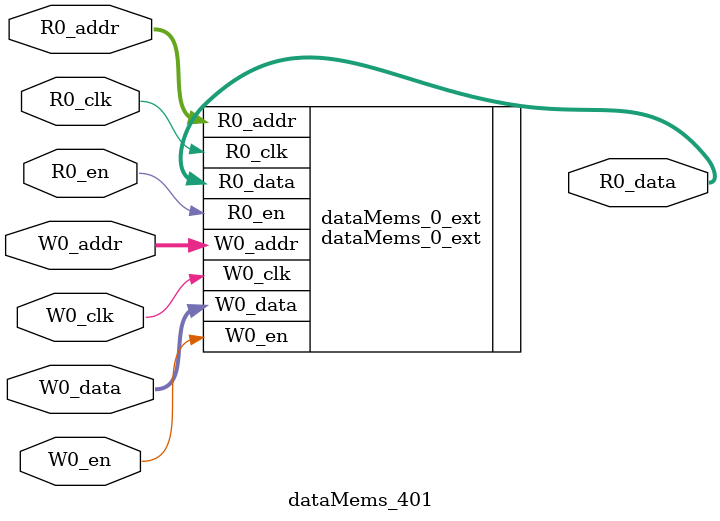
<source format=sv>
`ifndef RANDOMIZE
  `ifdef RANDOMIZE_REG_INIT
    `define RANDOMIZE
  `endif // RANDOMIZE_REG_INIT
`endif // not def RANDOMIZE
`ifndef RANDOMIZE
  `ifdef RANDOMIZE_MEM_INIT
    `define RANDOMIZE
  `endif // RANDOMIZE_MEM_INIT
`endif // not def RANDOMIZE

`ifndef RANDOM
  `define RANDOM $random
`endif // not def RANDOM

// Users can define 'PRINTF_COND' to add an extra gate to prints.
`ifndef PRINTF_COND_
  `ifdef PRINTF_COND
    `define PRINTF_COND_ (`PRINTF_COND)
  `else  // PRINTF_COND
    `define PRINTF_COND_ 1
  `endif // PRINTF_COND
`endif // not def PRINTF_COND_

// Users can define 'ASSERT_VERBOSE_COND' to add an extra gate to assert error printing.
`ifndef ASSERT_VERBOSE_COND_
  `ifdef ASSERT_VERBOSE_COND
    `define ASSERT_VERBOSE_COND_ (`ASSERT_VERBOSE_COND)
  `else  // ASSERT_VERBOSE_COND
    `define ASSERT_VERBOSE_COND_ 1
  `endif // ASSERT_VERBOSE_COND
`endif // not def ASSERT_VERBOSE_COND_

// Users can define 'STOP_COND' to add an extra gate to stop conditions.
`ifndef STOP_COND_
  `ifdef STOP_COND
    `define STOP_COND_ (`STOP_COND)
  `else  // STOP_COND
    `define STOP_COND_ 1
  `endif // STOP_COND
`endif // not def STOP_COND_

// Users can define INIT_RANDOM as general code that gets injected into the
// initializer block for modules with registers.
`ifndef INIT_RANDOM
  `define INIT_RANDOM
`endif // not def INIT_RANDOM

// If using random initialization, you can also define RANDOMIZE_DELAY to
// customize the delay used, otherwise 0.002 is used.
`ifndef RANDOMIZE_DELAY
  `define RANDOMIZE_DELAY 0.002
`endif // not def RANDOMIZE_DELAY

// Define INIT_RANDOM_PROLOG_ for use in our modules below.
`ifndef INIT_RANDOM_PROLOG_
  `ifdef RANDOMIZE
    `ifdef VERILATOR
      `define INIT_RANDOM_PROLOG_ `INIT_RANDOM
    `else  // VERILATOR
      `define INIT_RANDOM_PROLOG_ `INIT_RANDOM #`RANDOMIZE_DELAY begin end
    `endif // VERILATOR
  `else  // RANDOMIZE
    `define INIT_RANDOM_PROLOG_
  `endif // RANDOMIZE
`endif // not def INIT_RANDOM_PROLOG_

// Include register initializers in init blocks unless synthesis is set
`ifndef SYNTHESIS
  `ifndef ENABLE_INITIAL_REG_
    `define ENABLE_INITIAL_REG_
  `endif // not def ENABLE_INITIAL_REG_
`endif // not def SYNTHESIS

// Include rmemory initializers in init blocks unless synthesis is set
`ifndef SYNTHESIS
  `ifndef ENABLE_INITIAL_MEM_
    `define ENABLE_INITIAL_MEM_
  `endif // not def ENABLE_INITIAL_MEM_
`endif // not def SYNTHESIS

module dataMems_401(	// @[generators/ara/src/main/scala/UnsafeAXI4ToTL.scala:365:62]
  input  [4:0]  R0_addr,
  input         R0_en,
  input         R0_clk,
  output [66:0] R0_data,
  input  [4:0]  W0_addr,
  input         W0_en,
  input         W0_clk,
  input  [66:0] W0_data
);

  dataMems_0_ext dataMems_0_ext (	// @[generators/ara/src/main/scala/UnsafeAXI4ToTL.scala:365:62]
    .R0_addr (R0_addr),
    .R0_en   (R0_en),
    .R0_clk  (R0_clk),
    .R0_data (R0_data),
    .W0_addr (W0_addr),
    .W0_en   (W0_en),
    .W0_clk  (W0_clk),
    .W0_data (W0_data)
  );
endmodule


</source>
